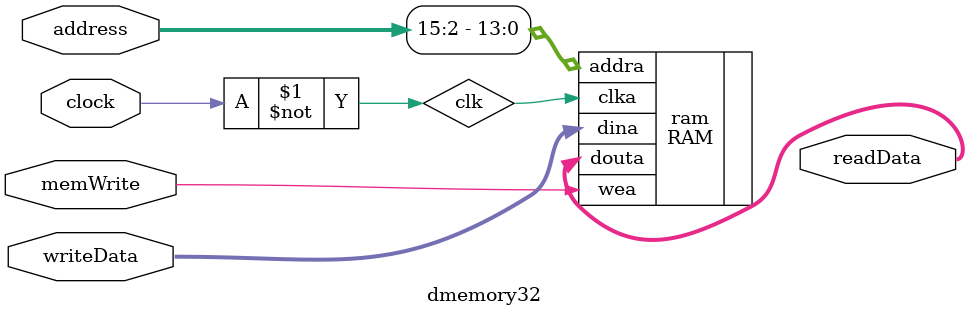
<source format=v>
`timescale 1ns / 1ps

module dmemory32(clock,memWrite,address,writeData,readData );
    input clock, memWrite;  //memWrite ????controller???1'b1???????data-memory??§Õ????
    input [31:0] address;   //address ????????¦Ë
    input [31:0] writeData; //writeData ????data-memory??§Õ???????
    output[31:0] readData;  //writeData ????data-memory?§Ø?????????
    wire clk;
    
RAM ram(
    .clka(clk),             //input wire clka
    .wea(memWrite),         //input wire [0:0] wea
    .addra(address[15:2]),        //input wire [31:0] addra
    .dina(writeData),       //input wire [31:0] dina
    .douta(readData)        //output wire [31:0] douta
);
/*The clock is from CPU-TOP, suppose its one edge has been used at the upstream module
 of data memory, such as Ifetch and Data-Memory DO NOT use the same edge as other module*/
    assign clk = ~clock;
endmodule
</source>
